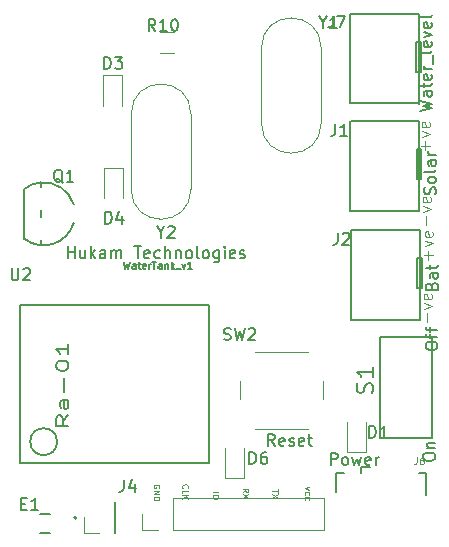
<source format=gto>
G04 #@! TF.GenerationSoftware,KiCad,Pcbnew,5.1.7-a382d34a8~88~ubuntu18.04.1*
G04 #@! TF.CreationDate,2022-03-02T17:55:55+05:30*
G04 #@! TF.ProjectId,WaterTank_module_v1,57617465-7254-4616-9e6b-5f6d6f64756c,rev?*
G04 #@! TF.SameCoordinates,Original*
G04 #@! TF.FileFunction,Legend,Top*
G04 #@! TF.FilePolarity,Positive*
%FSLAX46Y46*%
G04 Gerber Fmt 4.6, Leading zero omitted, Abs format (unit mm)*
G04 Created by KiCad (PCBNEW 5.1.7-a382d34a8~88~ubuntu18.04.1) date 2022-03-02 17:55:55*
%MOMM*%
%LPD*%
G01*
G04 APERTURE LIST*
%ADD10C,0.150000*%
%ADD11C,0.080000*%
%ADD12C,0.100000*%
%ADD13C,0.200000*%
%ADD14C,0.120000*%
%ADD15C,0.127000*%
%ADD16C,0.152400*%
G04 APERTURE END LIST*
D10*
X58047640Y-53067079D02*
X59047640Y-52828983D01*
X58333355Y-52638507D01*
X59047640Y-52448031D01*
X58047640Y-52209936D01*
X59047640Y-51400412D02*
X58523831Y-51400412D01*
X58428593Y-51448031D01*
X58380974Y-51543269D01*
X58380974Y-51733745D01*
X58428593Y-51828983D01*
X59000021Y-51400412D02*
X59047640Y-51495650D01*
X59047640Y-51733745D01*
X59000021Y-51828983D01*
X58904783Y-51876602D01*
X58809545Y-51876602D01*
X58714307Y-51828983D01*
X58666688Y-51733745D01*
X58666688Y-51495650D01*
X58619069Y-51400412D01*
X58380974Y-51067079D02*
X58380974Y-50686126D01*
X58047640Y-50924221D02*
X58904783Y-50924221D01*
X59000021Y-50876602D01*
X59047640Y-50781364D01*
X59047640Y-50686126D01*
X59000021Y-49971840D02*
X59047640Y-50067079D01*
X59047640Y-50257555D01*
X59000021Y-50352793D01*
X58904783Y-50400412D01*
X58523831Y-50400412D01*
X58428593Y-50352793D01*
X58380974Y-50257555D01*
X58380974Y-50067079D01*
X58428593Y-49971840D01*
X58523831Y-49924221D01*
X58619069Y-49924221D01*
X58714307Y-50400412D01*
X59047640Y-49495650D02*
X58380974Y-49495650D01*
X58571450Y-49495650D02*
X58476212Y-49448031D01*
X58428593Y-49400412D01*
X58380974Y-49305174D01*
X58380974Y-49209936D01*
X59142879Y-49114698D02*
X59142879Y-48352793D01*
X59047640Y-47971840D02*
X59000021Y-48067079D01*
X58904783Y-48114698D01*
X58047640Y-48114698D01*
X59000021Y-47209936D02*
X59047640Y-47305174D01*
X59047640Y-47495650D01*
X59000021Y-47590888D01*
X58904783Y-47638507D01*
X58523831Y-47638507D01*
X58428593Y-47590888D01*
X58380974Y-47495650D01*
X58380974Y-47305174D01*
X58428593Y-47209936D01*
X58523831Y-47162317D01*
X58619069Y-47162317D01*
X58714307Y-47638507D01*
X58380974Y-46828983D02*
X59047640Y-46590888D01*
X58380974Y-46352793D01*
X59000021Y-45590888D02*
X59047640Y-45686126D01*
X59047640Y-45876602D01*
X59000021Y-45971840D01*
X58904783Y-46019460D01*
X58523831Y-46019460D01*
X58428593Y-45971840D01*
X58380974Y-45876602D01*
X58380974Y-45686126D01*
X58428593Y-45590888D01*
X58523831Y-45543269D01*
X58619069Y-45543269D01*
X58714307Y-46019460D01*
X59047640Y-44971840D02*
X59000021Y-45067079D01*
X58904783Y-45114698D01*
X58047640Y-45114698D01*
D11*
X43042709Y-85314006D02*
X43280804Y-85147340D01*
X43042709Y-85028292D02*
X43542709Y-85028292D01*
X43542709Y-85218768D01*
X43518900Y-85266387D01*
X43495090Y-85290197D01*
X43447471Y-85314006D01*
X43376042Y-85314006D01*
X43328423Y-85290197D01*
X43304614Y-85266387D01*
X43280804Y-85218768D01*
X43280804Y-85028292D01*
X43542709Y-85480673D02*
X43042709Y-85814006D01*
X43542709Y-85814006D02*
X43042709Y-85480673D01*
X46039529Y-85090047D02*
X46039529Y-85375761D01*
X45539529Y-85232904D02*
X46039529Y-85232904D01*
X46039529Y-85494809D02*
X45539529Y-85828142D01*
X46039529Y-85828142D02*
X45539529Y-85494809D01*
D12*
X58516828Y-56397376D02*
X58516828Y-55635471D01*
X58897780Y-56016423D02*
X58135876Y-56016423D01*
X58231114Y-55254519D02*
X58897780Y-55016423D01*
X58231114Y-54778328D01*
X58850161Y-54016423D02*
X58897780Y-54111661D01*
X58897780Y-54302138D01*
X58850161Y-54397376D01*
X58754923Y-54444995D01*
X58373971Y-54444995D01*
X58278733Y-54397376D01*
X58231114Y-54302138D01*
X58231114Y-54111661D01*
X58278733Y-54016423D01*
X58373971Y-53968804D01*
X58469209Y-53968804D01*
X58564447Y-54444995D01*
X58593028Y-62737216D02*
X58593028Y-61975311D01*
X58307314Y-61594359D02*
X58973980Y-61356263D01*
X58307314Y-61118168D01*
X58926361Y-60356263D02*
X58973980Y-60451501D01*
X58973980Y-60641978D01*
X58926361Y-60737216D01*
X58831123Y-60784835D01*
X58450171Y-60784835D01*
X58354933Y-60737216D01*
X58307314Y-60641978D01*
X58307314Y-60451501D01*
X58354933Y-60356263D01*
X58450171Y-60308644D01*
X58545409Y-60308644D01*
X58640647Y-60784835D01*
D10*
X59373401Y-60103164D02*
X59421020Y-59960307D01*
X59421020Y-59722212D01*
X59373401Y-59626974D01*
X59325782Y-59579355D01*
X59230544Y-59531736D01*
X59135306Y-59531736D01*
X59040068Y-59579355D01*
X58992449Y-59626974D01*
X58944830Y-59722212D01*
X58897211Y-59912688D01*
X58849592Y-60007926D01*
X58801973Y-60055545D01*
X58706735Y-60103164D01*
X58611497Y-60103164D01*
X58516259Y-60055545D01*
X58468640Y-60007926D01*
X58421020Y-59912688D01*
X58421020Y-59674593D01*
X58468640Y-59531736D01*
X59421020Y-58960307D02*
X59373401Y-59055545D01*
X59325782Y-59103164D01*
X59230544Y-59150783D01*
X58944830Y-59150783D01*
X58849592Y-59103164D01*
X58801973Y-59055545D01*
X58754354Y-58960307D01*
X58754354Y-58817450D01*
X58801973Y-58722212D01*
X58849592Y-58674593D01*
X58944830Y-58626974D01*
X59230544Y-58626974D01*
X59325782Y-58674593D01*
X59373401Y-58722212D01*
X59421020Y-58817450D01*
X59421020Y-58960307D01*
X59421020Y-58055545D02*
X59373401Y-58150783D01*
X59278163Y-58198402D01*
X58421020Y-58198402D01*
X59421020Y-57246021D02*
X58897211Y-57246021D01*
X58801973Y-57293640D01*
X58754354Y-57388879D01*
X58754354Y-57579355D01*
X58801973Y-57674593D01*
X59373401Y-57246021D02*
X59421020Y-57341260D01*
X59421020Y-57579355D01*
X59373401Y-57674593D01*
X59278163Y-57722212D01*
X59182925Y-57722212D01*
X59087687Y-57674593D01*
X59040068Y-57579355D01*
X59040068Y-57341260D01*
X58992449Y-57246021D01*
X59421020Y-56769831D02*
X58754354Y-56769831D01*
X58944830Y-56769831D02*
X58849592Y-56722212D01*
X58801973Y-56674593D01*
X58754354Y-56579355D01*
X58754354Y-56484117D01*
D12*
X58767468Y-65654716D02*
X58767468Y-64892811D01*
X59148420Y-65273763D02*
X58386516Y-65273763D01*
X58481754Y-64511859D02*
X59148420Y-64273763D01*
X58481754Y-64035668D01*
X59100801Y-63273763D02*
X59148420Y-63369001D01*
X59148420Y-63559478D01*
X59100801Y-63654716D01*
X59005563Y-63702335D01*
X58624611Y-63702335D01*
X58529373Y-63654716D01*
X58481754Y-63559478D01*
X58481754Y-63369001D01*
X58529373Y-63273763D01*
X58624611Y-63226144D01*
X58719849Y-63226144D01*
X58815087Y-63702335D01*
D11*
X35982720Y-84980827D02*
X36006529Y-84933208D01*
X36006529Y-84861780D01*
X35982720Y-84790351D01*
X35935100Y-84742732D01*
X35887481Y-84718922D01*
X35792243Y-84695113D01*
X35720815Y-84695113D01*
X35625577Y-84718922D01*
X35577958Y-84742732D01*
X35530339Y-84790351D01*
X35506529Y-84861780D01*
X35506529Y-84909399D01*
X35530339Y-84980827D01*
X35554148Y-85004637D01*
X35720815Y-85004637D01*
X35720815Y-84909399D01*
X35506529Y-85218922D02*
X36006529Y-85218922D01*
X35506529Y-85504637D01*
X36006529Y-85504637D01*
X35506529Y-85742732D02*
X36006529Y-85742732D01*
X36006529Y-85861780D01*
X35982720Y-85933208D01*
X35935100Y-85980827D01*
X35887481Y-86004637D01*
X35792243Y-86028446D01*
X35720815Y-86028446D01*
X35625577Y-86004637D01*
X35577958Y-85980827D01*
X35530339Y-85933208D01*
X35506529Y-85861780D01*
X35506529Y-85742732D01*
X37982388Y-84990500D02*
X37958579Y-84966691D01*
X37934769Y-84895262D01*
X37934769Y-84847643D01*
X37958579Y-84776215D01*
X38006198Y-84728596D01*
X38053817Y-84704786D01*
X38149055Y-84680977D01*
X38220483Y-84680977D01*
X38315721Y-84704786D01*
X38363340Y-84728596D01*
X38410960Y-84776215D01*
X38434769Y-84847643D01*
X38434769Y-84895262D01*
X38410960Y-84966691D01*
X38387150Y-84990500D01*
X37934769Y-85442881D02*
X37934769Y-85204786D01*
X38434769Y-85204786D01*
X37934769Y-85609548D02*
X38434769Y-85609548D01*
X37934769Y-85895262D02*
X38220483Y-85680977D01*
X38434769Y-85895262D02*
X38149055Y-85609548D01*
X40505249Y-85320855D02*
X41005249Y-85320855D01*
X41005249Y-85654188D02*
X41005249Y-85749426D01*
X40981440Y-85797045D01*
X40933820Y-85844664D01*
X40838582Y-85868474D01*
X40671916Y-85868474D01*
X40576678Y-85844664D01*
X40529059Y-85797045D01*
X40505249Y-85749426D01*
X40505249Y-85654188D01*
X40529059Y-85606569D01*
X40576678Y-85558950D01*
X40671916Y-85535140D01*
X40838582Y-85535140D01*
X40933820Y-85558950D01*
X40981440Y-85606569D01*
X41005249Y-85654188D01*
X48666862Y-84887820D02*
X48333529Y-85006868D01*
X48666862Y-85125916D01*
X48357339Y-85530678D02*
X48333529Y-85483059D01*
X48333529Y-85387820D01*
X48357339Y-85340201D01*
X48381148Y-85316392D01*
X48428767Y-85292582D01*
X48571624Y-85292582D01*
X48619243Y-85316392D01*
X48643053Y-85340201D01*
X48666862Y-85387820D01*
X48666862Y-85483059D01*
X48643053Y-85530678D01*
X48357339Y-85959249D02*
X48333529Y-85911630D01*
X48333529Y-85816392D01*
X48357339Y-85768773D01*
X48381148Y-85744963D01*
X48428767Y-85721154D01*
X48571624Y-85721154D01*
X48619243Y-85744963D01*
X48643053Y-85768773D01*
X48666862Y-85816392D01*
X48666862Y-85911630D01*
X48643053Y-85959249D01*
D13*
X58348420Y-82411859D02*
X58348420Y-82221382D01*
X58396040Y-82126144D01*
X58491278Y-82030906D01*
X58681754Y-81983287D01*
X59015087Y-81983287D01*
X59205563Y-82030906D01*
X59300801Y-82126144D01*
X59348420Y-82221382D01*
X59348420Y-82411859D01*
X59300801Y-82507097D01*
X59205563Y-82602335D01*
X59015087Y-82649954D01*
X58681754Y-82649954D01*
X58491278Y-82602335D01*
X58396040Y-82507097D01*
X58348420Y-82411859D01*
X58681754Y-81554716D02*
X59348420Y-81554716D01*
X58776992Y-81554716D02*
X58729373Y-81507097D01*
X58681754Y-81411859D01*
X58681754Y-81269001D01*
X58729373Y-81173763D01*
X58824611Y-81126144D01*
X59348420Y-81126144D01*
X58548420Y-73030906D02*
X58548420Y-72840430D01*
X58596040Y-72745192D01*
X58691278Y-72649954D01*
X58881754Y-72602335D01*
X59215087Y-72602335D01*
X59405563Y-72649954D01*
X59500801Y-72745192D01*
X59548420Y-72840430D01*
X59548420Y-73030906D01*
X59500801Y-73126144D01*
X59405563Y-73221382D01*
X59215087Y-73269001D01*
X58881754Y-73269001D01*
X58691278Y-73221382D01*
X58596040Y-73126144D01*
X58548420Y-73030906D01*
X58881754Y-72316620D02*
X58881754Y-71935668D01*
X59548420Y-72173763D02*
X58691278Y-72173763D01*
X58596040Y-72126144D01*
X58548420Y-72030906D01*
X58548420Y-71935668D01*
X58881754Y-71745192D02*
X58881754Y-71364240D01*
X59548420Y-71602335D02*
X58691278Y-71602335D01*
X58596040Y-71554716D01*
X58548420Y-71459478D01*
X58548420Y-71364240D01*
D12*
X58667468Y-70954716D02*
X58667468Y-70192811D01*
X58381754Y-69811859D02*
X59048420Y-69573763D01*
X58381754Y-69335668D01*
X59000801Y-68573763D02*
X59048420Y-68669001D01*
X59048420Y-68859478D01*
X59000801Y-68954716D01*
X58905563Y-69002335D01*
X58524611Y-69002335D01*
X58429373Y-68954716D01*
X58381754Y-68859478D01*
X58381754Y-68669001D01*
X58429373Y-68573763D01*
X58524611Y-68526144D01*
X58619849Y-68526144D01*
X58715087Y-69002335D01*
D10*
X59047071Y-67880146D02*
X59094690Y-67737289D01*
X59142309Y-67689670D01*
X59237547Y-67642051D01*
X59380404Y-67642051D01*
X59475642Y-67689670D01*
X59523261Y-67737289D01*
X59570880Y-67832527D01*
X59570880Y-68213480D01*
X58570880Y-68213480D01*
X58570880Y-67880146D01*
X58618500Y-67784908D01*
X58666119Y-67737289D01*
X58761357Y-67689670D01*
X58856595Y-67689670D01*
X58951833Y-67737289D01*
X58999452Y-67784908D01*
X59047071Y-67880146D01*
X59047071Y-68213480D01*
X59570880Y-66784908D02*
X59047071Y-66784908D01*
X58951833Y-66832527D01*
X58904214Y-66927765D01*
X58904214Y-67118241D01*
X58951833Y-67213480D01*
X59523261Y-66784908D02*
X59570880Y-66880146D01*
X59570880Y-67118241D01*
X59523261Y-67213480D01*
X59428023Y-67261099D01*
X59332785Y-67261099D01*
X59237547Y-67213480D01*
X59189928Y-67118241D01*
X59189928Y-66880146D01*
X59142309Y-66784908D01*
X58904214Y-66451575D02*
X58904214Y-66070622D01*
X58570880Y-66308718D02*
X59428023Y-66308718D01*
X59523261Y-66261099D01*
X59570880Y-66165860D01*
X59570880Y-66070622D01*
X45757944Y-81416620D02*
X45424611Y-80940430D01*
X45186516Y-81416620D02*
X45186516Y-80416620D01*
X45567468Y-80416620D01*
X45662706Y-80464240D01*
X45710325Y-80511859D01*
X45757944Y-80607097D01*
X45757944Y-80749954D01*
X45710325Y-80845192D01*
X45662706Y-80892811D01*
X45567468Y-80940430D01*
X45186516Y-80940430D01*
X46567468Y-81369001D02*
X46472230Y-81416620D01*
X46281754Y-81416620D01*
X46186516Y-81369001D01*
X46138897Y-81273763D01*
X46138897Y-80892811D01*
X46186516Y-80797573D01*
X46281754Y-80749954D01*
X46472230Y-80749954D01*
X46567468Y-80797573D01*
X46615087Y-80892811D01*
X46615087Y-80988049D01*
X46138897Y-81083287D01*
X46996040Y-81369001D02*
X47091278Y-81416620D01*
X47281754Y-81416620D01*
X47376992Y-81369001D01*
X47424611Y-81273763D01*
X47424611Y-81226144D01*
X47376992Y-81130906D01*
X47281754Y-81083287D01*
X47138897Y-81083287D01*
X47043659Y-81035668D01*
X46996040Y-80940430D01*
X46996040Y-80892811D01*
X47043659Y-80797573D01*
X47138897Y-80749954D01*
X47281754Y-80749954D01*
X47376992Y-80797573D01*
X48234135Y-81369001D02*
X48138897Y-81416620D01*
X47948420Y-81416620D01*
X47853182Y-81369001D01*
X47805563Y-81273763D01*
X47805563Y-80892811D01*
X47853182Y-80797573D01*
X47948420Y-80749954D01*
X48138897Y-80749954D01*
X48234135Y-80797573D01*
X48281754Y-80892811D01*
X48281754Y-80988049D01*
X47805563Y-81083287D01*
X48567468Y-80749954D02*
X48948420Y-80749954D01*
X48710325Y-80416620D02*
X48710325Y-81273763D01*
X48757944Y-81369001D01*
X48853182Y-81416620D01*
X48948420Y-81416620D01*
X50519849Y-83016620D02*
X50519849Y-82016620D01*
X50900801Y-82016620D01*
X50996040Y-82064240D01*
X51043659Y-82111859D01*
X51091278Y-82207097D01*
X51091278Y-82349954D01*
X51043659Y-82445192D01*
X50996040Y-82492811D01*
X50900801Y-82540430D01*
X50519849Y-82540430D01*
X51662706Y-83016620D02*
X51567468Y-82969001D01*
X51519849Y-82921382D01*
X51472230Y-82826144D01*
X51472230Y-82540430D01*
X51519849Y-82445192D01*
X51567468Y-82397573D01*
X51662706Y-82349954D01*
X51805563Y-82349954D01*
X51900801Y-82397573D01*
X51948420Y-82445192D01*
X51996040Y-82540430D01*
X51996040Y-82826144D01*
X51948420Y-82921382D01*
X51900801Y-82969001D01*
X51805563Y-83016620D01*
X51662706Y-83016620D01*
X52329373Y-82349954D02*
X52519849Y-83016620D01*
X52710325Y-82540430D01*
X52900801Y-83016620D01*
X53091278Y-82349954D01*
X53853182Y-82969001D02*
X53757944Y-83016620D01*
X53567468Y-83016620D01*
X53472230Y-82969001D01*
X53424611Y-82873763D01*
X53424611Y-82492811D01*
X53472230Y-82397573D01*
X53567468Y-82349954D01*
X53757944Y-82349954D01*
X53853182Y-82397573D01*
X53900801Y-82492811D01*
X53900801Y-82588049D01*
X53424611Y-82683287D01*
X54329373Y-83016620D02*
X54329373Y-82349954D01*
X54329373Y-82540430D02*
X54376992Y-82445192D01*
X54424611Y-82397573D01*
X54519849Y-82349954D01*
X54615087Y-82349954D01*
X32985120Y-65818108D02*
X33127977Y-66418108D01*
X33242262Y-65989537D01*
X33356548Y-66418108D01*
X33499405Y-65818108D01*
X33985120Y-66418108D02*
X33985120Y-66103822D01*
X33956548Y-66046680D01*
X33899405Y-66018108D01*
X33785120Y-66018108D01*
X33727977Y-66046680D01*
X33985120Y-66389537D02*
X33927977Y-66418108D01*
X33785120Y-66418108D01*
X33727977Y-66389537D01*
X33699405Y-66332394D01*
X33699405Y-66275251D01*
X33727977Y-66218108D01*
X33785120Y-66189537D01*
X33927977Y-66189537D01*
X33985120Y-66160965D01*
X34185120Y-66018108D02*
X34413691Y-66018108D01*
X34270834Y-65818108D02*
X34270834Y-66332394D01*
X34299405Y-66389537D01*
X34356548Y-66418108D01*
X34413691Y-66418108D01*
X34842262Y-66389537D02*
X34785120Y-66418108D01*
X34670834Y-66418108D01*
X34613691Y-66389537D01*
X34585120Y-66332394D01*
X34585120Y-66103822D01*
X34613691Y-66046680D01*
X34670834Y-66018108D01*
X34785120Y-66018108D01*
X34842262Y-66046680D01*
X34870834Y-66103822D01*
X34870834Y-66160965D01*
X34585120Y-66218108D01*
X35127977Y-66418108D02*
X35127977Y-66018108D01*
X35127977Y-66132394D02*
X35156548Y-66075251D01*
X35185120Y-66046680D01*
X35242262Y-66018108D01*
X35299405Y-66018108D01*
X35413691Y-65818108D02*
X35756548Y-65818108D01*
X35585120Y-66418108D02*
X35585120Y-65818108D01*
X36213691Y-66418108D02*
X36213691Y-66103822D01*
X36185120Y-66046680D01*
X36127977Y-66018108D01*
X36013691Y-66018108D01*
X35956548Y-66046680D01*
X36213691Y-66389537D02*
X36156548Y-66418108D01*
X36013691Y-66418108D01*
X35956548Y-66389537D01*
X35927977Y-66332394D01*
X35927977Y-66275251D01*
X35956548Y-66218108D01*
X36013691Y-66189537D01*
X36156548Y-66189537D01*
X36213691Y-66160965D01*
X36499405Y-66018108D02*
X36499405Y-66418108D01*
X36499405Y-66075251D02*
X36527977Y-66046680D01*
X36585120Y-66018108D01*
X36670834Y-66018108D01*
X36727977Y-66046680D01*
X36756548Y-66103822D01*
X36756548Y-66418108D01*
X37042262Y-66418108D02*
X37042262Y-65818108D01*
X37099405Y-66189537D02*
X37270834Y-66418108D01*
X37270834Y-66018108D02*
X37042262Y-66246680D01*
X37385120Y-66475251D02*
X37842262Y-66475251D01*
X37927977Y-66018108D02*
X38070834Y-66418108D01*
X38213691Y-66018108D01*
X38756548Y-66418108D02*
X38413691Y-66418108D01*
X38585120Y-66418108D02*
X38585120Y-65818108D01*
X38527977Y-65903822D01*
X38470834Y-65960965D01*
X38413691Y-65989537D01*
D13*
X28248909Y-65527180D02*
X28248909Y-64527180D01*
X28248909Y-65003371D02*
X28820338Y-65003371D01*
X28820338Y-65527180D02*
X28820338Y-64527180D01*
X29725099Y-64860514D02*
X29725099Y-65527180D01*
X29296528Y-64860514D02*
X29296528Y-65384323D01*
X29344147Y-65479561D01*
X29439385Y-65527180D01*
X29582242Y-65527180D01*
X29677480Y-65479561D01*
X29725099Y-65431942D01*
X30201290Y-65527180D02*
X30201290Y-64527180D01*
X30296528Y-65146228D02*
X30582242Y-65527180D01*
X30582242Y-64860514D02*
X30201290Y-65241466D01*
X31439385Y-65527180D02*
X31439385Y-65003371D01*
X31391766Y-64908133D01*
X31296528Y-64860514D01*
X31106052Y-64860514D01*
X31010814Y-64908133D01*
X31439385Y-65479561D02*
X31344147Y-65527180D01*
X31106052Y-65527180D01*
X31010814Y-65479561D01*
X30963195Y-65384323D01*
X30963195Y-65289085D01*
X31010814Y-65193847D01*
X31106052Y-65146228D01*
X31344147Y-65146228D01*
X31439385Y-65098609D01*
X31915576Y-65527180D02*
X31915576Y-64860514D01*
X31915576Y-64955752D02*
X31963195Y-64908133D01*
X32058433Y-64860514D01*
X32201290Y-64860514D01*
X32296528Y-64908133D01*
X32344147Y-65003371D01*
X32344147Y-65527180D01*
X32344147Y-65003371D02*
X32391766Y-64908133D01*
X32487004Y-64860514D01*
X32629861Y-64860514D01*
X32725099Y-64908133D01*
X32772719Y-65003371D01*
X32772719Y-65527180D01*
X33867957Y-64527180D02*
X34439385Y-64527180D01*
X34153671Y-65527180D02*
X34153671Y-64527180D01*
X35153671Y-65479561D02*
X35058433Y-65527180D01*
X34867957Y-65527180D01*
X34772719Y-65479561D01*
X34725100Y-65384323D01*
X34725100Y-65003371D01*
X34772719Y-64908133D01*
X34867957Y-64860514D01*
X35058433Y-64860514D01*
X35153671Y-64908133D01*
X35201290Y-65003371D01*
X35201290Y-65098609D01*
X34725100Y-65193847D01*
X36058433Y-65479561D02*
X35963195Y-65527180D01*
X35772719Y-65527180D01*
X35677480Y-65479561D01*
X35629861Y-65431942D01*
X35582242Y-65336704D01*
X35582242Y-65050990D01*
X35629861Y-64955752D01*
X35677480Y-64908133D01*
X35772719Y-64860514D01*
X35963195Y-64860514D01*
X36058433Y-64908133D01*
X36487004Y-65527180D02*
X36487004Y-64527180D01*
X36915576Y-65527180D02*
X36915576Y-65003371D01*
X36867957Y-64908133D01*
X36772719Y-64860514D01*
X36629861Y-64860514D01*
X36534623Y-64908133D01*
X36487004Y-64955752D01*
X37391766Y-64860514D02*
X37391766Y-65527180D01*
X37391766Y-64955752D02*
X37439385Y-64908133D01*
X37534623Y-64860514D01*
X37677480Y-64860514D01*
X37772719Y-64908133D01*
X37820338Y-65003371D01*
X37820338Y-65527180D01*
X38439385Y-65527180D02*
X38344147Y-65479561D01*
X38296528Y-65431942D01*
X38248909Y-65336704D01*
X38248909Y-65050990D01*
X38296528Y-64955752D01*
X38344147Y-64908133D01*
X38439385Y-64860514D01*
X38582242Y-64860514D01*
X38677480Y-64908133D01*
X38725100Y-64955752D01*
X38772719Y-65050990D01*
X38772719Y-65336704D01*
X38725100Y-65431942D01*
X38677480Y-65479561D01*
X38582242Y-65527180D01*
X38439385Y-65527180D01*
X39344147Y-65527180D02*
X39248909Y-65479561D01*
X39201290Y-65384323D01*
X39201290Y-64527180D01*
X39867957Y-65527180D02*
X39772719Y-65479561D01*
X39725100Y-65431942D01*
X39677480Y-65336704D01*
X39677480Y-65050990D01*
X39725100Y-64955752D01*
X39772719Y-64908133D01*
X39867957Y-64860514D01*
X40010814Y-64860514D01*
X40106052Y-64908133D01*
X40153671Y-64955752D01*
X40201290Y-65050990D01*
X40201290Y-65336704D01*
X40153671Y-65431942D01*
X40106052Y-65479561D01*
X40010814Y-65527180D01*
X39867957Y-65527180D01*
X41058433Y-64860514D02*
X41058433Y-65670038D01*
X41010814Y-65765276D01*
X40963195Y-65812895D01*
X40867957Y-65860514D01*
X40725100Y-65860514D01*
X40629861Y-65812895D01*
X41058433Y-65479561D02*
X40963195Y-65527180D01*
X40772719Y-65527180D01*
X40677480Y-65479561D01*
X40629861Y-65431942D01*
X40582242Y-65336704D01*
X40582242Y-65050990D01*
X40629861Y-64955752D01*
X40677480Y-64908133D01*
X40772719Y-64860514D01*
X40963195Y-64860514D01*
X41058433Y-64908133D01*
X41534623Y-65527180D02*
X41534623Y-64860514D01*
X41534623Y-64527180D02*
X41487004Y-64574800D01*
X41534623Y-64622419D01*
X41582242Y-64574800D01*
X41534623Y-64527180D01*
X41534623Y-64622419D01*
X42391766Y-65479561D02*
X42296528Y-65527180D01*
X42106052Y-65527180D01*
X42010814Y-65479561D01*
X41963195Y-65384323D01*
X41963195Y-65003371D01*
X42010814Y-64908133D01*
X42106052Y-64860514D01*
X42296528Y-64860514D01*
X42391766Y-64908133D01*
X42439385Y-65003371D01*
X42439385Y-65098609D01*
X41963195Y-65193847D01*
X42820338Y-65479561D02*
X42915576Y-65527180D01*
X43106052Y-65527180D01*
X43201290Y-65479561D01*
X43248909Y-65384323D01*
X43248909Y-65336704D01*
X43201290Y-65241466D01*
X43106052Y-65193847D01*
X42963195Y-65193847D01*
X42867957Y-65146228D01*
X42820338Y-65050990D01*
X42820338Y-65003371D01*
X42867957Y-64908133D01*
X42963195Y-64860514D01*
X43106052Y-64860514D01*
X43201290Y-64908133D01*
D14*
X34566040Y-88494240D02*
X34566040Y-87164240D01*
X35896040Y-88494240D02*
X34566040Y-88494240D01*
X37166040Y-88494240D02*
X37166040Y-85834240D01*
X37166040Y-85834240D02*
X49926040Y-85834240D01*
X37166040Y-88494240D02*
X49926040Y-88494240D01*
X49926040Y-88494240D02*
X49926040Y-85834240D01*
D15*
X26721500Y-88805900D02*
X25861500Y-88805900D01*
X26721500Y-87205900D02*
X25861500Y-87205900D01*
D13*
X28967500Y-87500300D02*
G75*
G03*
X28967500Y-87500300I-100000J0D01*
G01*
D15*
X24545000Y-59669700D02*
X24545000Y-63858700D01*
X25942000Y-59109300D02*
X25942000Y-59510500D01*
X25942000Y-61477900D02*
X25942000Y-62050500D01*
X25942000Y-64017900D02*
X25942000Y-64419100D01*
X24545000Y-59669600D02*
G75*
G02*
X25942000Y-59109300I1650951J-2094603D01*
G01*
X25942000Y-59109300D02*
G75*
G02*
X28744500Y-60977900I254020J-2654899D01*
G01*
X28744400Y-62550499D02*
G75*
G02*
X24545000Y-63858700I-2548411J786287D01*
G01*
D10*
X57768900Y-49730000D02*
X57768900Y-49740000D01*
X58148900Y-49730000D02*
X57768900Y-49730000D01*
X58148900Y-47180000D02*
X58148900Y-49730000D01*
X57748900Y-47180000D02*
X58148900Y-47180000D01*
X57748900Y-49710000D02*
X57748900Y-47180000D01*
X57968900Y-51840000D02*
X57968900Y-52340000D01*
X57968900Y-44840000D02*
X57968900Y-51840000D01*
X57968900Y-52340000D02*
X57968900Y-52430000D01*
X57968900Y-44840000D02*
X52968900Y-44840000D01*
X52968900Y-44840000D02*
X52168900Y-44840000D01*
X52168900Y-44840000D02*
X52158900Y-44840000D01*
X57928900Y-52420000D02*
X57938900Y-52420000D01*
X57128900Y-52420000D02*
X57928900Y-52420000D01*
X52128900Y-52420000D02*
X57128900Y-52420000D01*
X52128900Y-44920000D02*
X52128900Y-44830000D01*
X52128900Y-45420000D02*
X52128900Y-44920000D01*
X52128900Y-52420000D02*
X52128900Y-45420000D01*
X50996040Y-83741000D02*
X51596040Y-83741000D01*
X50996040Y-85341000D02*
X50996040Y-83741000D01*
X58596040Y-83741000D02*
X57996040Y-83741000D01*
X58596040Y-85541000D02*
X58596040Y-83741000D01*
X53096040Y-83241000D02*
X53096040Y-83741000D01*
X53796040Y-83241000D02*
X53096040Y-83241000D01*
X57868000Y-68061200D02*
X57868000Y-68071200D01*
X58248000Y-68061200D02*
X57868000Y-68061200D01*
X58248000Y-65511200D02*
X58248000Y-68061200D01*
X57848000Y-65511200D02*
X58248000Y-65511200D01*
X57848000Y-68041200D02*
X57848000Y-65511200D01*
X58068000Y-70171200D02*
X58068000Y-70671200D01*
X58068000Y-63171200D02*
X58068000Y-70171200D01*
X58068000Y-70671200D02*
X58068000Y-70761200D01*
X58068000Y-63171200D02*
X53068000Y-63171200D01*
X53068000Y-63171200D02*
X52268000Y-63171200D01*
X52268000Y-63171200D02*
X52258000Y-63171200D01*
X58028000Y-70751200D02*
X58038000Y-70751200D01*
X57228000Y-70751200D02*
X58028000Y-70751200D01*
X52228000Y-70751200D02*
X57228000Y-70751200D01*
X52228000Y-63251200D02*
X52228000Y-63161200D01*
X52228000Y-63751200D02*
X52228000Y-63251200D01*
X52228000Y-70751200D02*
X52228000Y-63751200D01*
X57794300Y-58828300D02*
X57794300Y-58838300D01*
X58174300Y-58828300D02*
X57794300Y-58828300D01*
X58174300Y-56278300D02*
X58174300Y-58828300D01*
X57774300Y-56278300D02*
X58174300Y-56278300D01*
X57774300Y-58808300D02*
X57774300Y-56278300D01*
X57994300Y-60938300D02*
X57994300Y-61438300D01*
X57994300Y-53938300D02*
X57994300Y-60938300D01*
X57994300Y-61438300D02*
X57994300Y-61528300D01*
X57994300Y-53938300D02*
X52994300Y-53938300D01*
X52994300Y-53938300D02*
X52194300Y-53938300D01*
X52194300Y-53938300D02*
X52184300Y-53938300D01*
X57954300Y-61518300D02*
X57964300Y-61518300D01*
X57154300Y-61518300D02*
X57954300Y-61518300D01*
X52154300Y-61518300D02*
X57154300Y-61518300D01*
X52154300Y-54018300D02*
X52154300Y-53928300D01*
X52154300Y-54518300D02*
X52154300Y-54018300D01*
X52154300Y-61518300D02*
X52154300Y-54518300D01*
D14*
X32887800Y-57854800D02*
X31287800Y-57854800D01*
X31287800Y-57854800D02*
X31287800Y-60454800D01*
X32887800Y-57854800D02*
X32887800Y-60454800D01*
D10*
X27344875Y-81056400D02*
G75*
G03*
X27344875Y-81056400I-1140175J0D01*
G01*
X40204700Y-82856400D02*
X24204700Y-82856400D01*
X24204700Y-82856400D02*
X24204700Y-69456400D01*
X24204700Y-69456400D02*
X40194700Y-69456400D01*
X40194700Y-69456400D02*
X40204700Y-82856400D01*
D14*
X32257000Y-88800000D02*
X32257000Y-86140000D01*
X32197000Y-88800000D02*
X32257000Y-88800000D01*
X32197000Y-86140000D02*
X32257000Y-86140000D01*
X32197000Y-88800000D02*
X32197000Y-86140000D01*
X30927000Y-88800000D02*
X29597000Y-88800000D01*
X29597000Y-88800000D02*
X29597000Y-87470000D01*
X51896000Y-81964200D02*
X53496000Y-81964200D01*
X53496000Y-81964200D02*
X53496000Y-79364200D01*
X51896000Y-81964200D02*
X51896000Y-79364200D01*
X44645300Y-47705700D02*
X44645300Y-54105700D01*
X49695300Y-47705700D02*
X49695300Y-54105700D01*
X44645300Y-54105700D02*
G75*
G03*
X49695300Y-54105700I2525000J0D01*
G01*
X44645300Y-47705700D02*
G75*
G02*
X49695300Y-47705700I2525000J0D01*
G01*
X38666700Y-53298800D02*
X38666700Y-59698800D01*
X33616700Y-53298800D02*
X33616700Y-59698800D01*
X33616700Y-53298800D02*
G75*
G02*
X38666700Y-53298800I2525000J0D01*
G01*
X33616700Y-59698800D02*
G75*
G03*
X38666700Y-59698800I2525000J0D01*
G01*
X42825700Y-75940700D02*
X42825700Y-77440700D01*
X44075700Y-79940700D02*
X48575700Y-79940700D01*
X49825700Y-77440700D02*
X49825700Y-75940700D01*
X48575700Y-73440700D02*
X44075700Y-73440700D01*
X32865000Y-50015300D02*
X32865000Y-52615300D01*
X31265000Y-50015300D02*
X31265000Y-52615300D01*
X32865000Y-50015300D02*
X31265000Y-50015300D01*
X41536700Y-84160200D02*
X43136700Y-84160200D01*
X43136700Y-84160200D02*
X43136700Y-81560200D01*
X41536700Y-84160200D02*
X41536700Y-81560200D01*
X37275000Y-48126500D02*
X36075000Y-48126500D01*
X36075000Y-46366500D02*
X37275000Y-46366500D01*
D16*
X54696040Y-72164240D02*
X54696040Y-80764240D01*
X59096040Y-72164240D02*
X54696040Y-72164240D01*
X59096040Y-80764240D02*
X59096040Y-72164240D01*
X54696040Y-80764240D02*
X59096040Y-80764240D01*
D10*
X32994766Y-84277280D02*
X32994766Y-84991566D01*
X32947147Y-85134423D01*
X32851909Y-85229661D01*
X32709052Y-85277280D01*
X32613814Y-85277280D01*
X33899528Y-84610614D02*
X33899528Y-85277280D01*
X33661433Y-84229661D02*
X33423338Y-84943947D01*
X34042385Y-84943947D01*
X24305563Y-86292811D02*
X24638897Y-86292811D01*
X24781754Y-86816620D02*
X24305563Y-86816620D01*
X24305563Y-85816620D01*
X24781754Y-85816620D01*
X25734135Y-86816620D02*
X25162706Y-86816620D01*
X25448420Y-86816620D02*
X25448420Y-85816620D01*
X25353182Y-85959478D01*
X25257944Y-86054716D01*
X25162706Y-86102335D01*
X27815261Y-59126659D02*
X27720023Y-59079040D01*
X27624785Y-58983801D01*
X27481928Y-58840944D01*
X27386690Y-58793325D01*
X27291452Y-58793325D01*
X27339071Y-59031420D02*
X27243833Y-58983801D01*
X27148595Y-58888563D01*
X27100976Y-58698087D01*
X27100976Y-58364754D01*
X27148595Y-58174278D01*
X27243833Y-58079040D01*
X27339071Y-58031420D01*
X27529547Y-58031420D01*
X27624785Y-58079040D01*
X27720023Y-58174278D01*
X27767642Y-58364754D01*
X27767642Y-58698087D01*
X27720023Y-58888563D01*
X27624785Y-58983801D01*
X27529547Y-59031420D01*
X27339071Y-59031420D01*
X28720023Y-59031420D02*
X28148595Y-59031420D01*
X28434309Y-59031420D02*
X28434309Y-58031420D01*
X28339071Y-58174278D01*
X28243833Y-58269516D01*
X28148595Y-58317135D01*
X50674946Y-44974260D02*
X50674946Y-45688546D01*
X50627327Y-45831403D01*
X50532089Y-45926641D01*
X50389232Y-45974260D01*
X50293994Y-45974260D01*
X51055899Y-44974260D02*
X51722565Y-44974260D01*
X51293994Y-45974260D01*
D12*
X57786300Y-82383988D02*
X57786300Y-82812560D01*
X57757728Y-82898274D01*
X57700585Y-82955417D01*
X57614871Y-82983988D01*
X57557728Y-82983988D01*
X58329157Y-82383988D02*
X58214871Y-82383988D01*
X58157728Y-82412560D01*
X58129157Y-82441131D01*
X58072014Y-82526845D01*
X58043442Y-82641131D01*
X58043442Y-82869702D01*
X58072014Y-82926845D01*
X58100585Y-82955417D01*
X58157728Y-82983988D01*
X58272014Y-82983988D01*
X58329157Y-82955417D01*
X58357728Y-82926845D01*
X58386300Y-82869702D01*
X58386300Y-82726845D01*
X58357728Y-82669702D01*
X58329157Y-82641131D01*
X58272014Y-82612560D01*
X58157728Y-82612560D01*
X58100585Y-82641131D01*
X58072014Y-82669702D01*
X58043442Y-82726845D01*
D10*
X51091506Y-63361320D02*
X51091506Y-64075606D01*
X51043887Y-64218463D01*
X50948649Y-64313701D01*
X50805792Y-64361320D01*
X50710554Y-64361320D01*
X51520078Y-63456559D02*
X51567697Y-63408940D01*
X51662935Y-63361320D01*
X51901030Y-63361320D01*
X51996268Y-63408940D01*
X52043887Y-63456559D01*
X52091506Y-63551797D01*
X52091506Y-63647035D01*
X52043887Y-63789892D01*
X51472459Y-64361320D01*
X52091506Y-64361320D01*
X50903546Y-54143660D02*
X50903546Y-54857946D01*
X50855927Y-55000803D01*
X50760689Y-55096041D01*
X50617832Y-55143660D01*
X50522594Y-55143660D01*
X51903546Y-55143660D02*
X51332118Y-55143660D01*
X51617832Y-55143660D02*
X51617832Y-54143660D01*
X51522594Y-54286518D01*
X51427356Y-54381756D01*
X51332118Y-54429375D01*
X31400504Y-62583360D02*
X31400504Y-61583360D01*
X31638600Y-61583360D01*
X31781457Y-61630980D01*
X31876695Y-61726218D01*
X31924314Y-61821456D01*
X31971933Y-62011932D01*
X31971933Y-62154789D01*
X31924314Y-62345265D01*
X31876695Y-62440503D01*
X31781457Y-62535741D01*
X31638600Y-62583360D01*
X31400504Y-62583360D01*
X32829076Y-61916694D02*
X32829076Y-62583360D01*
X32590980Y-61535741D02*
X32352885Y-62250027D01*
X32971933Y-62250027D01*
X23490015Y-66381380D02*
X23490015Y-67190904D01*
X23537634Y-67286142D01*
X23585253Y-67333761D01*
X23680491Y-67381380D01*
X23870967Y-67381380D01*
X23966205Y-67333761D01*
X24013824Y-67286142D01*
X24061443Y-67190904D01*
X24061443Y-66381380D01*
X24490015Y-66476619D02*
X24537634Y-66429000D01*
X24632872Y-66381380D01*
X24870967Y-66381380D01*
X24966205Y-66429000D01*
X25013824Y-66476619D01*
X25061443Y-66571857D01*
X25061443Y-66667095D01*
X25013824Y-66809952D01*
X24442396Y-67381380D01*
X25061443Y-67381380D01*
X28277080Y-78837828D02*
X27800890Y-79337828D01*
X28277080Y-79694971D02*
X27277080Y-79694971D01*
X27277080Y-79123542D01*
X27324700Y-78980685D01*
X27372319Y-78909257D01*
X27467557Y-78837828D01*
X27610414Y-78837828D01*
X27705652Y-78909257D01*
X27753271Y-78980685D01*
X27800890Y-79123542D01*
X27800890Y-79694971D01*
X28277080Y-77552114D02*
X27753271Y-77552114D01*
X27658033Y-77623542D01*
X27610414Y-77766400D01*
X27610414Y-78052114D01*
X27658033Y-78194971D01*
X28229461Y-77552114D02*
X28277080Y-77694971D01*
X28277080Y-78052114D01*
X28229461Y-78194971D01*
X28134223Y-78266400D01*
X28038985Y-78266400D01*
X27943747Y-78194971D01*
X27896128Y-78052114D01*
X27896128Y-77694971D01*
X27848509Y-77552114D01*
X27896128Y-76837828D02*
X27896128Y-75694971D01*
X27277080Y-74694971D02*
X27277080Y-74552114D01*
X27324700Y-74409257D01*
X27372319Y-74337828D01*
X27467557Y-74266400D01*
X27658033Y-74194971D01*
X27896128Y-74194971D01*
X28086604Y-74266400D01*
X28181842Y-74337828D01*
X28229461Y-74409257D01*
X28277080Y-74552114D01*
X28277080Y-74694971D01*
X28229461Y-74837828D01*
X28181842Y-74909257D01*
X28086604Y-74980685D01*
X27896128Y-75052114D01*
X27658033Y-75052114D01*
X27467557Y-74980685D01*
X27372319Y-74909257D01*
X27324700Y-74837828D01*
X27277080Y-74694971D01*
X28277080Y-72766400D02*
X28277080Y-73623542D01*
X28277080Y-73194971D02*
X27277080Y-73194971D01*
X27419938Y-73337828D01*
X27515176Y-73480685D01*
X27562795Y-73623542D01*
X53757904Y-80716580D02*
X53757904Y-79716580D01*
X53996000Y-79716580D01*
X54138857Y-79764200D01*
X54234095Y-79859438D01*
X54281714Y-79954676D01*
X54329333Y-80145152D01*
X54329333Y-80288009D01*
X54281714Y-80478485D01*
X54234095Y-80573723D01*
X54138857Y-80668961D01*
X53996000Y-80716580D01*
X53757904Y-80716580D01*
X55281714Y-80716580D02*
X54710285Y-80716580D01*
X54996000Y-80716580D02*
X54996000Y-79716580D01*
X54900761Y-79859438D01*
X54805523Y-79954676D01*
X54710285Y-80002295D01*
X49861489Y-45551370D02*
X49861489Y-46027560D01*
X49528156Y-45027560D02*
X49861489Y-45551370D01*
X50194822Y-45027560D01*
X51051965Y-46027560D02*
X50480537Y-46027560D01*
X50766251Y-46027560D02*
X50766251Y-45027560D01*
X50671013Y-45170418D01*
X50575775Y-45265656D01*
X50480537Y-45313275D01*
X36099809Y-63326330D02*
X36099809Y-63802520D01*
X35766476Y-62802520D02*
X36099809Y-63326330D01*
X36433142Y-62802520D01*
X36718857Y-62897759D02*
X36766476Y-62850140D01*
X36861714Y-62802520D01*
X37099809Y-62802520D01*
X37195047Y-62850140D01*
X37242666Y-62897759D01*
X37290285Y-62992997D01*
X37290285Y-63088235D01*
X37242666Y-63231092D01*
X36671238Y-63802520D01*
X37290285Y-63802520D01*
X41468186Y-72390941D02*
X41611043Y-72438560D01*
X41849139Y-72438560D01*
X41944377Y-72390941D01*
X41991996Y-72343322D01*
X42039615Y-72248084D01*
X42039615Y-72152846D01*
X41991996Y-72057608D01*
X41944377Y-72009989D01*
X41849139Y-71962370D01*
X41658662Y-71914751D01*
X41563424Y-71867132D01*
X41515805Y-71819513D01*
X41468186Y-71724275D01*
X41468186Y-71629037D01*
X41515805Y-71533799D01*
X41563424Y-71486180D01*
X41658662Y-71438560D01*
X41896758Y-71438560D01*
X42039615Y-71486180D01*
X42372948Y-71438560D02*
X42611043Y-72438560D01*
X42801520Y-71724275D01*
X42991996Y-72438560D01*
X43230091Y-71438560D01*
X43563424Y-71533799D02*
X43611043Y-71486180D01*
X43706281Y-71438560D01*
X43944377Y-71438560D01*
X44039615Y-71486180D01*
X44087234Y-71533799D01*
X44134853Y-71629037D01*
X44134853Y-71724275D01*
X44087234Y-71867132D01*
X43515805Y-72438560D01*
X44134853Y-72438560D01*
X31326904Y-49481960D02*
X31326904Y-48481960D01*
X31565000Y-48481960D01*
X31707857Y-48529580D01*
X31803095Y-48624818D01*
X31850714Y-48720056D01*
X31898333Y-48910532D01*
X31898333Y-49053389D01*
X31850714Y-49243865D01*
X31803095Y-49339103D01*
X31707857Y-49434341D01*
X31565000Y-49481960D01*
X31326904Y-49481960D01*
X32231666Y-48481960D02*
X32850714Y-48481960D01*
X32517380Y-48862913D01*
X32660238Y-48862913D01*
X32755476Y-48910532D01*
X32803095Y-48958151D01*
X32850714Y-49053389D01*
X32850714Y-49291484D01*
X32803095Y-49386722D01*
X32755476Y-49434341D01*
X32660238Y-49481960D01*
X32374523Y-49481960D01*
X32279285Y-49434341D01*
X32231666Y-49386722D01*
X43630604Y-82949080D02*
X43630604Y-81949080D01*
X43868700Y-81949080D01*
X44011557Y-81996700D01*
X44106795Y-82091938D01*
X44154414Y-82187176D01*
X44202033Y-82377652D01*
X44202033Y-82520509D01*
X44154414Y-82710985D01*
X44106795Y-82806223D01*
X44011557Y-82901461D01*
X43868700Y-82949080D01*
X43630604Y-82949080D01*
X45059176Y-81949080D02*
X44868700Y-81949080D01*
X44773461Y-81996700D01*
X44725842Y-82044319D01*
X44630604Y-82187176D01*
X44582985Y-82377652D01*
X44582985Y-82758604D01*
X44630604Y-82853842D01*
X44678223Y-82901461D01*
X44773461Y-82949080D01*
X44963938Y-82949080D01*
X45059176Y-82901461D01*
X45106795Y-82853842D01*
X45154414Y-82758604D01*
X45154414Y-82520509D01*
X45106795Y-82425271D01*
X45059176Y-82377652D01*
X44963938Y-82330033D01*
X44773461Y-82330033D01*
X44678223Y-82377652D01*
X44630604Y-82425271D01*
X44582985Y-82520509D01*
X35663842Y-46263780D02*
X35330509Y-45787590D01*
X35092414Y-46263780D02*
X35092414Y-45263780D01*
X35473366Y-45263780D01*
X35568604Y-45311400D01*
X35616223Y-45359019D01*
X35663842Y-45454257D01*
X35663842Y-45597114D01*
X35616223Y-45692352D01*
X35568604Y-45739971D01*
X35473366Y-45787590D01*
X35092414Y-45787590D01*
X36616223Y-46263780D02*
X36044795Y-46263780D01*
X36330509Y-46263780D02*
X36330509Y-45263780D01*
X36235271Y-45406638D01*
X36140033Y-45501876D01*
X36044795Y-45549495D01*
X37235271Y-45263780D02*
X37330509Y-45263780D01*
X37425747Y-45311400D01*
X37473366Y-45359019D01*
X37520985Y-45454257D01*
X37568604Y-45644733D01*
X37568604Y-45882828D01*
X37520985Y-46073304D01*
X37473366Y-46168542D01*
X37425747Y-46216161D01*
X37330509Y-46263780D01*
X37235271Y-46263780D01*
X37140033Y-46216161D01*
X37092414Y-46168542D01*
X37044795Y-46073304D01*
X36997176Y-45882828D01*
X36997176Y-45644733D01*
X37044795Y-45454257D01*
X37092414Y-45359019D01*
X37140033Y-45311400D01*
X37235271Y-45263780D01*
X54033706Y-76895906D02*
X54100373Y-76695906D01*
X54100373Y-76362573D01*
X54033706Y-76229240D01*
X53967040Y-76162573D01*
X53833706Y-76095906D01*
X53700373Y-76095906D01*
X53567040Y-76162573D01*
X53500373Y-76229240D01*
X53433706Y-76362573D01*
X53367040Y-76629240D01*
X53300373Y-76762573D01*
X53233706Y-76829240D01*
X53100373Y-76895906D01*
X52967040Y-76895906D01*
X52833706Y-76829240D01*
X52767040Y-76762573D01*
X52700373Y-76629240D01*
X52700373Y-76295906D01*
X52767040Y-76095906D01*
X54100373Y-74762573D02*
X54100373Y-75562573D01*
X54100373Y-75162573D02*
X52700373Y-75162573D01*
X52900373Y-75295906D01*
X53033706Y-75429240D01*
X53100373Y-75562573D01*
M02*

</source>
